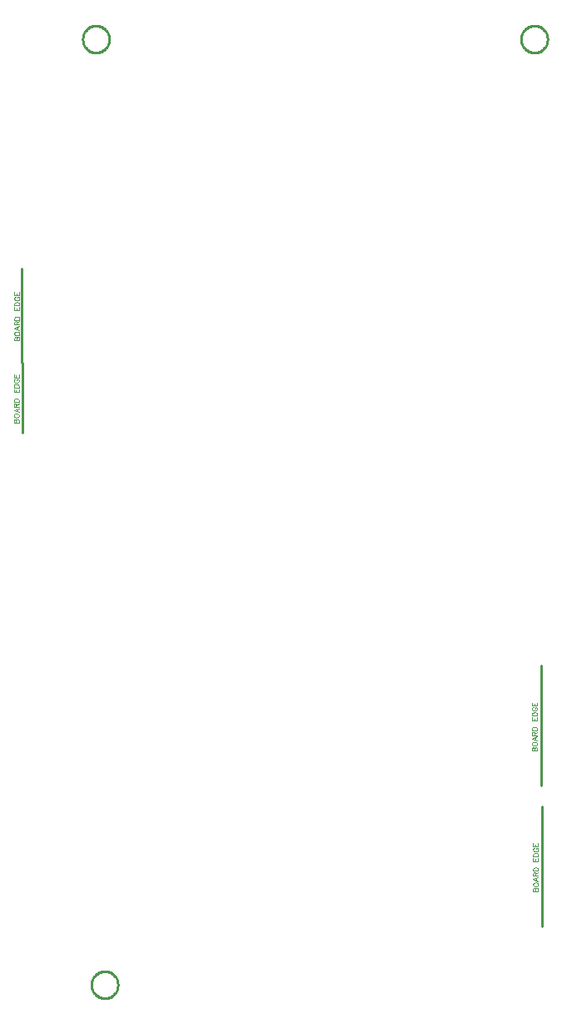
<source format=gbr>
G04 DipTrace 2.4.0.2*
%INTopAssy.gbr*%
%MOIN*%
%ADD10C,0.01*%
%ADD12C,0.003*%
%FSLAX44Y44*%
G04*
G70*
G90*
G75*
G01*
%LNTopAssy*%
%LPD*%
X6909Y4946D2*
D10*
X6910Y4984D1*
X6914Y5021D1*
X6920Y5058D1*
X6929Y5095D1*
X6940Y5131D1*
X6954Y5166D1*
X6970Y5200D1*
X6989Y5233D1*
X7010Y5264D1*
X7032Y5294D1*
X7057Y5322D1*
X7084Y5348D1*
X7112Y5372D1*
X7142Y5395D1*
X7173Y5415D1*
X7206Y5432D1*
X7240Y5448D1*
X7274Y5461D1*
X7310Y5471D1*
X7346Y5479D1*
X7383Y5484D1*
X7420Y5487D1*
X7457D1*
X7493Y5484D1*
X7530Y5479D1*
X7566Y5471D1*
X7602Y5461D1*
X7636Y5448D1*
X7670Y5432D1*
X7703Y5415D1*
X7734Y5395D1*
X7764Y5372D1*
X7792Y5348D1*
X7819Y5322D1*
X7844Y5294D1*
X7866Y5264D1*
X7887Y5233D1*
X7906Y5200D1*
X7922Y5166D1*
X7936Y5131D1*
X7947Y5095D1*
X7956Y5058D1*
X7962Y5021D1*
X7966Y4984D1*
X7968Y4946D1*
X7966Y4908D1*
X7962Y4871D1*
X7956Y4833D1*
X7947Y4797D1*
X7936Y4761D1*
X7922Y4726D1*
X7906Y4692D1*
X7887Y4659D1*
X7866Y4628D1*
X7844Y4598D1*
X7819Y4570D1*
X7792Y4544D1*
X7764Y4519D1*
X7734Y4497D1*
X7703Y4477D1*
X7670Y4459D1*
X7636Y4444D1*
X7602Y4431D1*
X7566Y4421D1*
X7530Y4413D1*
X7493Y4408D1*
X7457Y4405D1*
X7420D1*
X7383Y4408D1*
X7346Y4413D1*
X7310Y4421D1*
X7274Y4431D1*
X7240Y4444D1*
X7206Y4459D1*
X7173Y4477D1*
X7142Y4497D1*
X7112Y4519D1*
X7084Y4544D1*
X7057Y4570D1*
X7032Y4598D1*
X7010Y4628D1*
X6989Y4659D1*
X6970Y4692D1*
X6954Y4726D1*
X6940Y4761D1*
X6929Y4797D1*
X6920Y4833D1*
X6914Y4871D1*
X6910Y4908D1*
X6909Y4946D1*
X24109Y42746D2*
X24110Y42784D1*
X24114Y42821D1*
X24120Y42858D1*
X24129Y42895D1*
X24140Y42931D1*
X24154Y42966D1*
X24170Y43000D1*
X24189Y43033D1*
X24210Y43064D1*
X24232Y43094D1*
X24257Y43122D1*
X24284Y43148D1*
X24312Y43172D1*
X24342Y43195D1*
X24373Y43215D1*
X24406Y43232D1*
X24440Y43248D1*
X24474Y43261D1*
X24510Y43271D1*
X24546Y43279D1*
X24583Y43284D1*
X24620Y43287D1*
X24657D1*
X24693Y43284D1*
X24730Y43279D1*
X24766Y43271D1*
X24802Y43261D1*
X24836Y43248D1*
X24870Y43232D1*
X24903Y43215D1*
X24934Y43195D1*
X24964Y43172D1*
X24992Y43148D1*
X25019Y43122D1*
X25044Y43094D1*
X25066Y43064D1*
X25087Y43033D1*
X25106Y43000D1*
X25122Y42966D1*
X25136Y42931D1*
X25147Y42895D1*
X25156Y42858D1*
X25162Y42821D1*
X25166Y42784D1*
X25168Y42746D1*
X25166Y42708D1*
X25162Y42671D1*
X25156Y42633D1*
X25147Y42597D1*
X25136Y42561D1*
X25122Y42526D1*
X25106Y42492D1*
X25087Y42459D1*
X25066Y42428D1*
X25044Y42398D1*
X25019Y42370D1*
X24992Y42344D1*
X24964Y42319D1*
X24934Y42297D1*
X24903Y42277D1*
X24870Y42259D1*
X24836Y42244D1*
X24802Y42231D1*
X24766Y42221D1*
X24730Y42213D1*
X24693Y42208D1*
X24657Y42205D1*
X24620D1*
X24583Y42208D1*
X24546Y42213D1*
X24510Y42221D1*
X24474Y42231D1*
X24440Y42244D1*
X24406Y42259D1*
X24373Y42277D1*
X24342Y42297D1*
X24312Y42319D1*
X24284Y42344D1*
X24257Y42370D1*
X24232Y42398D1*
X24210Y42428D1*
X24189Y42459D1*
X24170Y42492D1*
X24154Y42526D1*
X24140Y42561D1*
X24129Y42597D1*
X24120Y42633D1*
X24114Y42671D1*
X24110Y42708D1*
X24109Y42746D1*
X6559D2*
X6560Y42784D1*
X6564Y42821D1*
X6570Y42858D1*
X6579Y42895D1*
X6590Y42931D1*
X6604Y42966D1*
X6620Y43000D1*
X6639Y43033D1*
X6660Y43064D1*
X6682Y43094D1*
X6707Y43122D1*
X6734Y43148D1*
X6762Y43172D1*
X6792Y43195D1*
X6823Y43215D1*
X6856Y43232D1*
X6890Y43248D1*
X6924Y43261D1*
X6960Y43271D1*
X6996Y43279D1*
X7033Y43284D1*
X7070Y43287D1*
X7107D1*
X7143Y43284D1*
X7180Y43279D1*
X7216Y43271D1*
X7252Y43261D1*
X7286Y43248D1*
X7320Y43232D1*
X7353Y43215D1*
X7384Y43195D1*
X7414Y43172D1*
X7442Y43148D1*
X7469Y43122D1*
X7494Y43094D1*
X7516Y43064D1*
X7537Y43033D1*
X7556Y43000D1*
X7572Y42966D1*
X7586Y42931D1*
X7597Y42895D1*
X7606Y42858D1*
X7612Y42821D1*
X7616Y42784D1*
X7618Y42746D1*
X7616Y42708D1*
X7612Y42671D1*
X7606Y42633D1*
X7597Y42597D1*
X7586Y42561D1*
X7572Y42526D1*
X7556Y42492D1*
X7537Y42459D1*
X7516Y42428D1*
X7494Y42398D1*
X7469Y42370D1*
X7442Y42344D1*
X7414Y42319D1*
X7384Y42297D1*
X7353Y42277D1*
X7320Y42259D1*
X7286Y42244D1*
X7252Y42231D1*
X7216Y42221D1*
X7180Y42213D1*
X7143Y42208D1*
X7107Y42205D1*
X7070D1*
X7033Y42208D1*
X6996Y42213D1*
X6960Y42221D1*
X6924Y42231D1*
X6890Y42244D1*
X6856Y42259D1*
X6823Y42277D1*
X6792Y42297D1*
X6762Y42319D1*
X6734Y42344D1*
X6707Y42370D1*
X6682Y42398D1*
X6660Y42428D1*
X6639Y42459D1*
X6620Y42492D1*
X6604Y42526D1*
X6590Y42561D1*
X6579Y42597D1*
X6570Y42633D1*
X6564Y42671D1*
X6560Y42708D1*
X6559Y42746D1*
X24918Y12912D2*
Y17699D1*
X24958Y7292D2*
Y12080D1*
X4129Y29799D2*
Y33586D1*
X4132Y27016D2*
Y29804D1*
X24552Y14304D2*
D12*
X24753D1*
Y14390D1*
X24744Y14419D1*
X24734Y14428D1*
X24715Y14438D1*
X24686D1*
X24667Y14428D1*
X24658Y14419D1*
X24648Y14390D1*
X24638Y14419D1*
X24629Y14428D1*
X24610Y14438D1*
X24591D1*
X24572Y14428D1*
X24562Y14419D1*
X24552Y14390D1*
Y14304D1*
X24648D2*
Y14390D1*
X24552Y14557D2*
X24562Y14538D1*
X24581Y14519D1*
X24600Y14509D1*
X24629Y14499D1*
X24677D1*
X24705Y14509D1*
X24725Y14519D1*
X24744Y14538D1*
X24753Y14557D1*
Y14595D1*
X24744Y14614D1*
X24725Y14633D1*
X24705Y14643D1*
X24677Y14652D1*
X24629D1*
X24600Y14643D1*
X24581Y14633D1*
X24562Y14614D1*
X24552Y14595D1*
Y14557D1*
X24753Y14867D2*
X24552Y14791D1*
X24753Y14714D1*
X24686Y14743D2*
Y14839D1*
X24648Y14929D2*
Y15015D1*
X24638Y15044D1*
X24629Y15054D1*
X24610Y15063D1*
X24591D1*
X24572Y15054D1*
X24562Y15044D1*
X24552Y15015D1*
Y14929D1*
X24753D1*
X24648Y14996D2*
X24753Y15063D1*
X24552Y15125D2*
X24753D1*
Y15192D1*
X24744Y15221D1*
X24725Y15240D1*
X24705Y15249D1*
X24677Y15259D1*
X24629D1*
X24600Y15249D1*
X24581Y15240D1*
X24562Y15221D1*
X24552Y15192D1*
Y15125D1*
Y15639D2*
Y15515D1*
X24753D1*
Y15639D1*
X24648Y15515D2*
Y15591D1*
X24552Y15701D2*
X24753D1*
Y15768D1*
X24744Y15797D1*
X24725Y15816D1*
X24705Y15825D1*
X24677Y15835D1*
X24629D1*
X24600Y15825D1*
X24581Y15816D1*
X24562Y15797D1*
X24552Y15768D1*
Y15701D1*
X24600Y16040D2*
X24581Y16031D1*
X24562Y16011D1*
X24552Y15992D1*
Y15954D1*
X24562Y15935D1*
X24581Y15916D1*
X24600Y15906D1*
X24629Y15897D1*
X24677D1*
X24705Y15906D1*
X24725Y15916D1*
X24744Y15935D1*
X24753Y15954D1*
Y15992D1*
X24744Y16011D1*
X24725Y16031D1*
X24705Y16040D1*
X24677D1*
Y15992D1*
X24552Y16226D2*
Y16102D1*
X24753D1*
Y16226D1*
X24648Y16102D2*
Y16178D1*
X24592Y8684D2*
X24793D1*
Y8770D1*
X24784Y8799D1*
X24774Y8808D1*
X24755Y8818D1*
X24726D1*
X24707Y8808D1*
X24698Y8799D1*
X24688Y8770D1*
X24678Y8799D1*
X24669Y8808D1*
X24650Y8818D1*
X24631D1*
X24612Y8808D1*
X24602Y8799D1*
X24592Y8770D1*
Y8684D1*
X24688D2*
Y8770D1*
X24592Y8937D2*
X24602Y8918D1*
X24621Y8899D1*
X24640Y8889D1*
X24669Y8880D1*
X24717D1*
X24745Y8889D1*
X24765Y8899D1*
X24784Y8918D1*
X24793Y8937D1*
Y8975D1*
X24784Y8994D1*
X24765Y9014D1*
X24745Y9023D1*
X24717Y9033D1*
X24669D1*
X24640Y9023D1*
X24621Y9014D1*
X24602Y8994D1*
X24592Y8975D1*
Y8937D1*
X24793Y9248D2*
X24592Y9171D1*
X24793Y9094D1*
X24726Y9123D2*
Y9219D1*
X24688Y9309D2*
Y9395D1*
X24678Y9424D1*
X24669Y9434D1*
X24650Y9443D1*
X24631D1*
X24612Y9434D1*
X24602Y9424D1*
X24592Y9395D1*
Y9309D1*
X24793D1*
X24688Y9376D2*
X24793Y9443D1*
X24592Y9505D2*
X24793D1*
Y9572D1*
X24784Y9601D1*
X24765Y9620D1*
X24745Y9630D1*
X24717Y9639D1*
X24669D1*
X24640Y9630D1*
X24621Y9620D1*
X24602Y9601D1*
X24592Y9572D1*
Y9505D1*
Y10019D2*
Y9895D1*
X24793D1*
Y10019D1*
X24688Y9895D2*
Y9972D1*
X24592Y10081D2*
X24793D1*
Y10148D1*
X24784Y10177D1*
X24765Y10196D1*
X24745Y10206D1*
X24717Y10215D1*
X24669D1*
X24640Y10206D1*
X24621Y10196D1*
X24602Y10177D1*
X24592Y10148D1*
Y10081D1*
X24640Y10420D2*
X24621Y10411D1*
X24602Y10392D1*
X24592Y10373D1*
Y10334D1*
X24602Y10315D1*
X24621Y10296D1*
X24640Y10286D1*
X24669Y10277D1*
X24717D1*
X24745Y10286D1*
X24765Y10296D1*
X24784Y10315D1*
X24793Y10334D1*
Y10373D1*
X24784Y10392D1*
X24765Y10411D1*
X24745Y10420D1*
X24717D1*
Y10373D1*
X24592Y10606D2*
Y10482D1*
X24793D1*
Y10606D1*
X24688Y10482D2*
Y10559D1*
X3826Y30708D2*
X4027D1*
Y30794D1*
X4018Y30823D1*
X4008Y30833D1*
X3989Y30842D1*
X3960D1*
X3941Y30833D1*
X3932Y30823D1*
X3922Y30794D1*
X3912Y30823D1*
X3903Y30833D1*
X3884Y30842D1*
X3865D1*
X3846Y30833D1*
X3836Y30823D1*
X3826Y30794D1*
Y30708D1*
X3922D2*
Y30794D1*
X3826Y30961D2*
X3836Y30942D1*
X3855Y30923D1*
X3874Y30913D1*
X3903Y30904D1*
X3951D1*
X3979Y30913D1*
X3999Y30923D1*
X4018Y30942D1*
X4027Y30961D1*
Y31000D1*
X4018Y31019D1*
X3999Y31038D1*
X3979Y31047D1*
X3951Y31057D1*
X3903D1*
X3874Y31047D1*
X3855Y31038D1*
X3836Y31019D1*
X3826Y31000D1*
Y30961D1*
X4027Y31272D2*
X3826Y31195D1*
X4027Y31119D1*
X3960Y31147D2*
Y31243D1*
X3922Y31333D2*
Y31419D1*
X3912Y31448D1*
X3903Y31458D1*
X3884Y31467D1*
X3865D1*
X3846Y31458D1*
X3836Y31448D1*
X3826Y31419D1*
Y31333D1*
X4027D1*
X3922Y31400D2*
X4027Y31467D1*
X3826Y31529D2*
X4027D1*
Y31596D1*
X4018Y31625D1*
X3999Y31644D1*
X3979Y31654D1*
X3951Y31663D1*
X3903D1*
X3874Y31654D1*
X3855Y31644D1*
X3836Y31625D1*
X3826Y31596D1*
Y31529D1*
Y32044D2*
Y31919D1*
X4027D1*
Y32044D1*
X3922Y31919D2*
Y31996D1*
X3826Y32105D2*
X4027D1*
Y32172D1*
X4018Y32201D1*
X3999Y32220D1*
X3979Y32230D1*
X3951Y32239D1*
X3903D1*
X3874Y32230D1*
X3855Y32220D1*
X3836Y32201D1*
X3826Y32172D1*
Y32105D1*
X3874Y32445D2*
X3855Y32435D1*
X3836Y32416D1*
X3826Y32397D1*
Y32359D1*
X3836Y32339D1*
X3855Y32320D1*
X3874Y32311D1*
X3903Y32301D1*
X3951D1*
X3979Y32311D1*
X3999Y32320D1*
X4018Y32339D1*
X4027Y32359D1*
Y32397D1*
X4018Y32416D1*
X3999Y32435D1*
X3979Y32445D1*
X3951D1*
Y32397D1*
X3826Y32631D2*
Y32506D1*
X4027D1*
Y32631D1*
X3922Y32506D2*
Y32583D1*
X3798Y27425D2*
X3999D1*
Y27512D1*
X3989Y27540D1*
X3980Y27550D1*
X3961Y27559D1*
X3932D1*
X3913Y27550D1*
X3903Y27540D1*
X3894Y27512D1*
X3884Y27540D1*
X3874Y27550D1*
X3855Y27559D1*
X3836D1*
X3817Y27550D1*
X3807Y27540D1*
X3798Y27512D1*
Y27425D1*
X3894D2*
Y27512D1*
X3798Y27679D2*
X3807Y27659D1*
X3827Y27640D1*
X3846Y27631D1*
X3874Y27621D1*
X3922D1*
X3951Y27631D1*
X3970Y27640D1*
X3989Y27659D1*
X3999Y27679D1*
Y27717D1*
X3989Y27736D1*
X3970Y27755D1*
X3951Y27765D1*
X3922Y27774D1*
X3874D1*
X3846Y27765D1*
X3827Y27755D1*
X3807Y27736D1*
X3798Y27717D1*
Y27679D1*
X3999Y27989D2*
X3798Y27912D1*
X3999Y27836D1*
X3932Y27865D2*
Y27960D1*
X3894Y28051D2*
Y28137D1*
X3884Y28165D1*
X3874Y28175D1*
X3855Y28185D1*
X3836D1*
X3817Y28175D1*
X3807Y28165D1*
X3798Y28137D1*
Y28051D1*
X3999D1*
X3894Y28118D2*
X3999Y28185D1*
X3798Y28246D2*
X3999D1*
Y28313D1*
X3989Y28342D1*
X3970Y28361D1*
X3951Y28371D1*
X3922Y28380D1*
X3874D1*
X3846Y28371D1*
X3827Y28361D1*
X3807Y28342D1*
X3798Y28313D1*
Y28246D1*
Y28761D2*
Y28637D1*
X3999D1*
Y28761D1*
X3894Y28637D2*
Y28713D1*
X3798Y28823D2*
X3999D1*
Y28890D1*
X3989Y28918D1*
X3970Y28938D1*
X3951Y28947D1*
X3922Y28957D1*
X3874D1*
X3846Y28947D1*
X3827Y28938D1*
X3807Y28918D1*
X3798Y28890D1*
Y28823D1*
X3846Y29162D2*
X3827Y29152D1*
X3807Y29133D1*
X3798Y29114D1*
Y29076D1*
X3807Y29057D1*
X3827Y29038D1*
X3846Y29028D1*
X3874Y29018D1*
X3922D1*
X3951Y29028D1*
X3970Y29038D1*
X3989Y29057D1*
X3999Y29076D1*
Y29114D1*
X3989Y29133D1*
X3970Y29152D1*
X3951Y29162D1*
X3922D1*
Y29114D1*
X3798Y29348D2*
Y29224D1*
X3999D1*
Y29348D1*
X3894Y29224D2*
Y29300D1*
M02*

</source>
